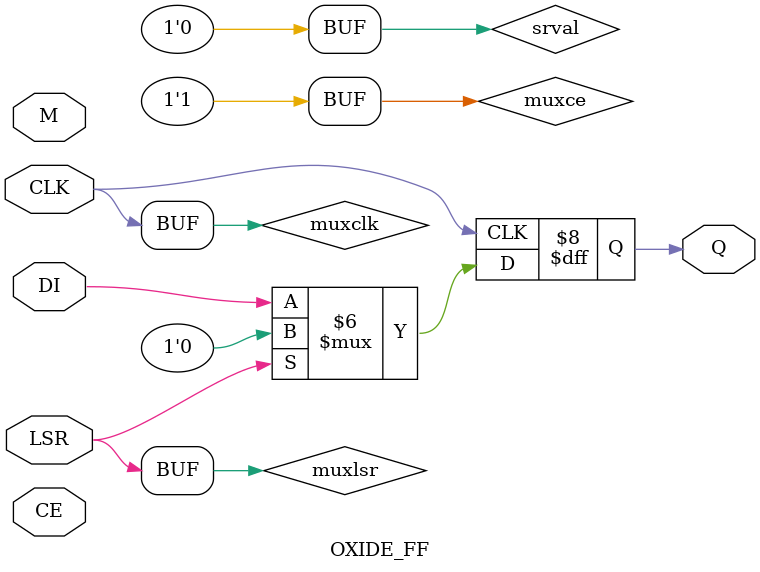
<source format=v>
module OXIDE_FF(input CLK, LSR, CE, DI, M, output reg Q);
	parameter GSR = "ENABLED";
	parameter [127:0] CEMUX = "1";
	parameter CLKMUX = "CLK";
	parameter LSRMUX = "LSR";
	parameter REGDDR = "DISABLED";
	parameter SRMODE = "LSR_OVER_CE";
	parameter REGSET = "RESET";
	parameter [127:0] LSRMODE = "LSR";
	wire muxce;
	generate
		case (CEMUX)
			"1": assign muxce = 1'b1;
			"0": assign muxce = 1'b0;
			"INV": assign muxce = ~CE;
			default: assign muxce = CE;
		endcase
	endgenerate
	wire muxlsr = (LSRMUX == "INV") ? ~LSR : LSR;
	wire muxclk = (CLKMUX == "INV") ? ~CLK : CLK;
	wire srval;
	generate
		if (LSRMODE == "PRLD")
			assign srval = M;
		else
			assign srval = (REGSET == "SET") ? 1'b1 : 1'b0;
	endgenerate
	initial Q = srval;
	generate
		if (REGDDR == "ENABLED") begin
			if (SRMODE == "ASYNC") begin
				always @(posedge muxclk, negedge muxclk, posedge muxlsr)
					if (muxlsr)
						Q <= srval;
					else if (muxce)
						Q <= DI;
			end else begin
				always @(posedge muxclk, negedge muxclk)
					if (muxlsr)
						Q <= srval;
					else if (muxce)
						Q <= DI;
			end
		end else begin
			if (SRMODE == "ASYNC") begin
				always @(posedge muxclk, posedge muxlsr)
					if (muxlsr)
						Q <= srval;
					else if (muxce)
						Q <= DI;
			end else begin
				always @(posedge muxclk)
					if (muxlsr)
						Q <= srval;
					else if (muxce)
						Q <= DI;
			end
		end
	endgenerate
endmodule
</source>
